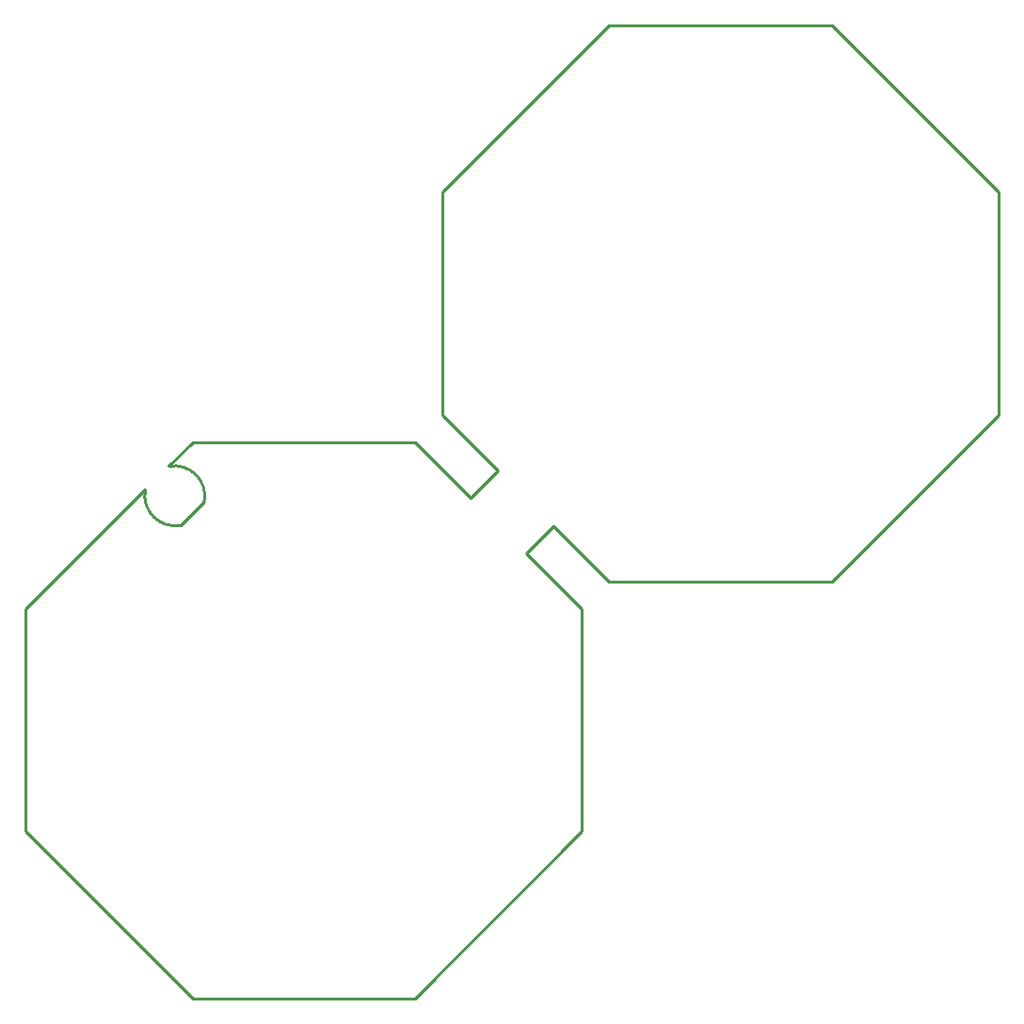
<source format=gko>
G04 Layer_Color=16711935*
%FSLAX44Y44*%
%MOMM*%
G71*
G01*
G75*
%ADD47C,0.2540*%
D47*
X160476Y446705D02*
G03*
X128697Y478517I-26735J5071D01*
G01*
X107484Y457303D02*
G03*
X139295Y425524I26679J-5106D01*
G01*
X0Y350000D02*
X107303Y457303D01*
X107484D01*
X128697Y478517D02*
X150000Y499820D01*
Y500000D01*
X139295Y425524D02*
X160476Y446705D01*
X118750Y31250D02*
X150000Y0D01*
Y-0D02*
X350000D01*
X500000Y150000D02*
Y350000D01*
X150000Y500000D02*
X350000D01*
X525000Y375000D02*
X725000D01*
X375000Y525000D02*
Y725000D01*
X875000Y525000D02*
Y725000D01*
X525000Y875000D02*
X725000D01*
X725000Y375000D02*
X875000Y525000D01*
X375000Y725000D02*
X525000Y875000D01*
X725000D02*
X875000Y725000D01*
X0Y150000D02*
Y350000D01*
Y150000D02*
X118750Y31250D01*
X350000Y0D02*
X500000Y150000D01*
X500000Y350000D02*
X500000D01*
X525000Y375000D02*
Y375000D01*
X375000Y525000D02*
Y525000D01*
Y525000D02*
X425000Y475000D01*
X400000Y450000D02*
X425000Y475000D01*
X350000Y500000D02*
X400000Y450000D01*
X450000Y400000D02*
X475000Y425000D01*
X450000Y400000D02*
X500000Y350000D01*
X525000Y375000D02*
X525000D01*
X475000Y425000D02*
X525000Y375000D01*
M02*

</source>
